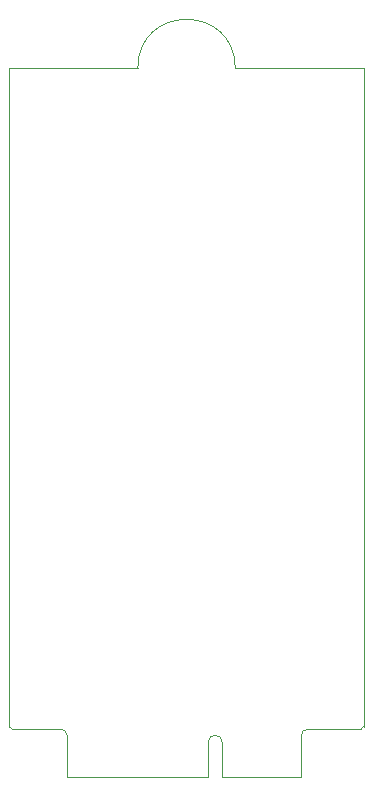
<source format=gm1>
%TF.GenerationSoftware,KiCad,Pcbnew,8.0.1-rc1*%
%TF.CreationDate,2024-08-22T21:46:20-04:00*%
%TF.ProjectId,SoM_V2,536f4d5f-5632-42e6-9b69-6361645f7063,rev?*%
%TF.SameCoordinates,Original*%
%TF.FileFunction,Profile,NP*%
%FSLAX46Y46*%
G04 Gerber Fmt 4.6, Leading zero omitted, Abs format (unit mm)*
G04 Created by KiCad (PCBNEW 8.0.1-rc1) date 2024-08-22 21:46:20*
%MOMM*%
%LPD*%
G01*
G04 APERTURE LIST*
%TA.AperFunction,Profile*%
%ADD10C,0.080000*%
%TD*%
%TA.AperFunction,Profile*%
%ADD11C,0.050000*%
%TD*%
G04 APERTURE END LIST*
D10*
X146800000Y-135075000D02*
X150800000Y-135050000D01*
D11*
X151000000Y-134850000D02*
X151000000Y-79075000D01*
X131875001Y-79075000D02*
X121000000Y-79100000D01*
X140124997Y-79074279D02*
X151000000Y-79075000D01*
X121000000Y-79100000D02*
X121000000Y-134850000D01*
X131875002Y-79075000D02*
G75*
G02*
X140124996Y-79074279I4124998J-12500D01*
G01*
D10*
X121200000Y-135050000D02*
X124800000Y-135075000D01*
X121200000Y-135050000D02*
G75*
G02*
X121000000Y-134850000I0J200000D01*
G01*
X151000000Y-134850000D02*
G75*
G02*
X150800000Y-135050000I-200000J0D01*
G01*
%TO.C,J201*%
X124800000Y-135075000D02*
X125375000Y-135075000D01*
X125875000Y-135575000D02*
X125875000Y-139075000D01*
X125875000Y-139075000D02*
X135800000Y-139075000D01*
X135800000Y-139075000D02*
X137825000Y-139075000D01*
X137825000Y-139075000D02*
X137825000Y-136175000D01*
X139025000Y-136175000D02*
X139025000Y-139075000D01*
X139025000Y-139075000D02*
X145725000Y-139075000D01*
X145725000Y-139075000D02*
X145725000Y-135575000D01*
X146225000Y-135075000D02*
X146800000Y-135075000D01*
X125375000Y-135075000D02*
G75*
G02*
X125875000Y-135575000I-1J-500001D01*
G01*
X137825000Y-136175000D02*
G75*
G02*
X139025000Y-136175000I600000J0D01*
G01*
X145725000Y-135575000D02*
G75*
G02*
X146225000Y-135075000I500000J0D01*
G01*
%TD*%
M02*

</source>
